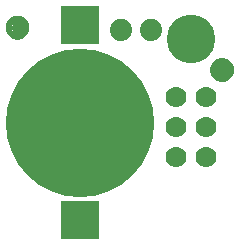
<source format=gbr>
G04 EAGLE Gerber RS-274X export*
G75*
%MOMM*%
%FSLAX34Y34*%
%LPD*%
%INSoldermask Top*%
%IPPOS*%
%AMOC8*
5,1,8,0,0,1.08239X$1,22.5*%
G01*
%ADD10C,6.451600*%
%ADD11R,3.301600X3.301600*%
%ADD12C,12.564231*%
%ADD13C,4.117600*%
%ADD14C,1.101600*%
%ADD15C,0.500000*%
%ADD16C,1.778000*%
%ADD17C,1.879600*%


D10*
X66802Y108204D03*
D11*
X66802Y25950D03*
X66802Y190458D03*
D12*
X66802Y108204D03*
D13*
X160782Y178562D03*
D14*
X13716Y188468D03*
D15*
X13716Y180968D02*
X13897Y180970D01*
X14078Y180977D01*
X14259Y180988D01*
X14440Y181003D01*
X14620Y181023D01*
X14800Y181047D01*
X14979Y181075D01*
X15157Y181108D01*
X15334Y181145D01*
X15511Y181186D01*
X15686Y181231D01*
X15861Y181281D01*
X16034Y181335D01*
X16205Y181393D01*
X16376Y181455D01*
X16544Y181522D01*
X16711Y181592D01*
X16877Y181666D01*
X17040Y181745D01*
X17201Y181827D01*
X17361Y181913D01*
X17518Y182003D01*
X17673Y182097D01*
X17826Y182194D01*
X17976Y182296D01*
X18124Y182400D01*
X18270Y182509D01*
X18412Y182620D01*
X18552Y182736D01*
X18689Y182854D01*
X18824Y182976D01*
X18955Y183101D01*
X19083Y183229D01*
X19208Y183360D01*
X19330Y183495D01*
X19448Y183632D01*
X19564Y183772D01*
X19675Y183914D01*
X19784Y184060D01*
X19888Y184208D01*
X19990Y184358D01*
X20087Y184511D01*
X20181Y184666D01*
X20271Y184823D01*
X20357Y184983D01*
X20439Y185144D01*
X20518Y185307D01*
X20592Y185473D01*
X20662Y185640D01*
X20729Y185808D01*
X20791Y185979D01*
X20849Y186150D01*
X20903Y186323D01*
X20953Y186498D01*
X20998Y186673D01*
X21039Y186850D01*
X21076Y187027D01*
X21109Y187205D01*
X21137Y187384D01*
X21161Y187564D01*
X21181Y187744D01*
X21196Y187925D01*
X21207Y188106D01*
X21214Y188287D01*
X21216Y188468D01*
X13716Y180968D02*
X13535Y180970D01*
X13354Y180977D01*
X13173Y180988D01*
X12992Y181003D01*
X12812Y181023D01*
X12632Y181047D01*
X12453Y181075D01*
X12275Y181108D01*
X12098Y181145D01*
X11921Y181186D01*
X11746Y181231D01*
X11571Y181281D01*
X11398Y181335D01*
X11227Y181393D01*
X11056Y181455D01*
X10888Y181522D01*
X10721Y181592D01*
X10555Y181666D01*
X10392Y181745D01*
X10231Y181827D01*
X10071Y181913D01*
X9914Y182003D01*
X9759Y182097D01*
X9606Y182194D01*
X9456Y182296D01*
X9308Y182400D01*
X9162Y182509D01*
X9020Y182620D01*
X8880Y182736D01*
X8743Y182854D01*
X8608Y182976D01*
X8477Y183101D01*
X8349Y183229D01*
X8224Y183360D01*
X8102Y183495D01*
X7984Y183632D01*
X7868Y183772D01*
X7757Y183914D01*
X7648Y184060D01*
X7544Y184208D01*
X7442Y184358D01*
X7345Y184511D01*
X7251Y184666D01*
X7161Y184823D01*
X7075Y184983D01*
X6993Y185144D01*
X6914Y185307D01*
X6840Y185473D01*
X6770Y185640D01*
X6703Y185808D01*
X6641Y185979D01*
X6583Y186150D01*
X6529Y186323D01*
X6479Y186498D01*
X6434Y186673D01*
X6393Y186850D01*
X6356Y187027D01*
X6323Y187205D01*
X6295Y187384D01*
X6271Y187564D01*
X6251Y187744D01*
X6236Y187925D01*
X6225Y188106D01*
X6218Y188287D01*
X6216Y188468D01*
X6218Y188649D01*
X6225Y188830D01*
X6236Y189011D01*
X6251Y189192D01*
X6271Y189372D01*
X6295Y189552D01*
X6323Y189731D01*
X6356Y189909D01*
X6393Y190086D01*
X6434Y190263D01*
X6479Y190438D01*
X6529Y190613D01*
X6583Y190786D01*
X6641Y190957D01*
X6703Y191128D01*
X6770Y191296D01*
X6840Y191463D01*
X6914Y191629D01*
X6993Y191792D01*
X7075Y191953D01*
X7161Y192113D01*
X7251Y192270D01*
X7345Y192425D01*
X7442Y192578D01*
X7544Y192728D01*
X7648Y192876D01*
X7757Y193022D01*
X7868Y193164D01*
X7984Y193304D01*
X8102Y193441D01*
X8224Y193576D01*
X8349Y193707D01*
X8477Y193835D01*
X8608Y193960D01*
X8743Y194082D01*
X8880Y194200D01*
X9020Y194316D01*
X9162Y194427D01*
X9308Y194536D01*
X9456Y194640D01*
X9606Y194742D01*
X9759Y194839D01*
X9914Y194933D01*
X10071Y195023D01*
X10231Y195109D01*
X10392Y195191D01*
X10555Y195270D01*
X10721Y195344D01*
X10888Y195414D01*
X11056Y195481D01*
X11227Y195543D01*
X11398Y195601D01*
X11571Y195655D01*
X11746Y195705D01*
X11921Y195750D01*
X12098Y195791D01*
X12275Y195828D01*
X12453Y195861D01*
X12632Y195889D01*
X12812Y195913D01*
X12992Y195933D01*
X13173Y195948D01*
X13354Y195959D01*
X13535Y195966D01*
X13716Y195968D01*
X13897Y195966D01*
X14078Y195959D01*
X14259Y195948D01*
X14440Y195933D01*
X14620Y195913D01*
X14800Y195889D01*
X14979Y195861D01*
X15157Y195828D01*
X15334Y195791D01*
X15511Y195750D01*
X15686Y195705D01*
X15861Y195655D01*
X16034Y195601D01*
X16205Y195543D01*
X16376Y195481D01*
X16544Y195414D01*
X16711Y195344D01*
X16877Y195270D01*
X17040Y195191D01*
X17201Y195109D01*
X17361Y195023D01*
X17518Y194933D01*
X17673Y194839D01*
X17826Y194742D01*
X17976Y194640D01*
X18124Y194536D01*
X18270Y194427D01*
X18412Y194316D01*
X18552Y194200D01*
X18689Y194082D01*
X18824Y193960D01*
X18955Y193835D01*
X19083Y193707D01*
X19208Y193576D01*
X19330Y193441D01*
X19448Y193304D01*
X19564Y193164D01*
X19675Y193022D01*
X19784Y192876D01*
X19888Y192728D01*
X19990Y192578D01*
X20087Y192425D01*
X20181Y192270D01*
X20271Y192113D01*
X20357Y191953D01*
X20439Y191792D01*
X20518Y191629D01*
X20592Y191463D01*
X20662Y191296D01*
X20729Y191128D01*
X20791Y190957D01*
X20849Y190786D01*
X20903Y190613D01*
X20953Y190438D01*
X20998Y190263D01*
X21039Y190086D01*
X21076Y189909D01*
X21109Y189731D01*
X21137Y189552D01*
X21161Y189372D01*
X21181Y189192D01*
X21196Y189011D01*
X21207Y188830D01*
X21214Y188649D01*
X21216Y188468D01*
D14*
X186944Y152654D03*
D15*
X186944Y145154D02*
X187125Y145156D01*
X187306Y145163D01*
X187487Y145174D01*
X187668Y145189D01*
X187848Y145209D01*
X188028Y145233D01*
X188207Y145261D01*
X188385Y145294D01*
X188562Y145331D01*
X188739Y145372D01*
X188914Y145417D01*
X189089Y145467D01*
X189262Y145521D01*
X189433Y145579D01*
X189604Y145641D01*
X189772Y145708D01*
X189939Y145778D01*
X190105Y145852D01*
X190268Y145931D01*
X190429Y146013D01*
X190589Y146099D01*
X190746Y146189D01*
X190901Y146283D01*
X191054Y146380D01*
X191204Y146482D01*
X191352Y146586D01*
X191498Y146695D01*
X191640Y146806D01*
X191780Y146922D01*
X191917Y147040D01*
X192052Y147162D01*
X192183Y147287D01*
X192311Y147415D01*
X192436Y147546D01*
X192558Y147681D01*
X192676Y147818D01*
X192792Y147958D01*
X192903Y148100D01*
X193012Y148246D01*
X193116Y148394D01*
X193218Y148544D01*
X193315Y148697D01*
X193409Y148852D01*
X193499Y149009D01*
X193585Y149169D01*
X193667Y149330D01*
X193746Y149493D01*
X193820Y149659D01*
X193890Y149826D01*
X193957Y149994D01*
X194019Y150165D01*
X194077Y150336D01*
X194131Y150509D01*
X194181Y150684D01*
X194226Y150859D01*
X194267Y151036D01*
X194304Y151213D01*
X194337Y151391D01*
X194365Y151570D01*
X194389Y151750D01*
X194409Y151930D01*
X194424Y152111D01*
X194435Y152292D01*
X194442Y152473D01*
X194444Y152654D01*
X186944Y145154D02*
X186763Y145156D01*
X186582Y145163D01*
X186401Y145174D01*
X186220Y145189D01*
X186040Y145209D01*
X185860Y145233D01*
X185681Y145261D01*
X185503Y145294D01*
X185326Y145331D01*
X185149Y145372D01*
X184974Y145417D01*
X184799Y145467D01*
X184626Y145521D01*
X184455Y145579D01*
X184284Y145641D01*
X184116Y145708D01*
X183949Y145778D01*
X183783Y145852D01*
X183620Y145931D01*
X183459Y146013D01*
X183299Y146099D01*
X183142Y146189D01*
X182987Y146283D01*
X182834Y146380D01*
X182684Y146482D01*
X182536Y146586D01*
X182390Y146695D01*
X182248Y146806D01*
X182108Y146922D01*
X181971Y147040D01*
X181836Y147162D01*
X181705Y147287D01*
X181577Y147415D01*
X181452Y147546D01*
X181330Y147681D01*
X181212Y147818D01*
X181096Y147958D01*
X180985Y148100D01*
X180876Y148246D01*
X180772Y148394D01*
X180670Y148544D01*
X180573Y148697D01*
X180479Y148852D01*
X180389Y149009D01*
X180303Y149169D01*
X180221Y149330D01*
X180142Y149493D01*
X180068Y149659D01*
X179998Y149826D01*
X179931Y149994D01*
X179869Y150165D01*
X179811Y150336D01*
X179757Y150509D01*
X179707Y150684D01*
X179662Y150859D01*
X179621Y151036D01*
X179584Y151213D01*
X179551Y151391D01*
X179523Y151570D01*
X179499Y151750D01*
X179479Y151930D01*
X179464Y152111D01*
X179453Y152292D01*
X179446Y152473D01*
X179444Y152654D01*
X179446Y152835D01*
X179453Y153016D01*
X179464Y153197D01*
X179479Y153378D01*
X179499Y153558D01*
X179523Y153738D01*
X179551Y153917D01*
X179584Y154095D01*
X179621Y154272D01*
X179662Y154449D01*
X179707Y154624D01*
X179757Y154799D01*
X179811Y154972D01*
X179869Y155143D01*
X179931Y155314D01*
X179998Y155482D01*
X180068Y155649D01*
X180142Y155815D01*
X180221Y155978D01*
X180303Y156139D01*
X180389Y156299D01*
X180479Y156456D01*
X180573Y156611D01*
X180670Y156764D01*
X180772Y156914D01*
X180876Y157062D01*
X180985Y157208D01*
X181096Y157350D01*
X181212Y157490D01*
X181330Y157627D01*
X181452Y157762D01*
X181577Y157893D01*
X181705Y158021D01*
X181836Y158146D01*
X181971Y158268D01*
X182108Y158386D01*
X182248Y158502D01*
X182390Y158613D01*
X182536Y158722D01*
X182684Y158826D01*
X182834Y158928D01*
X182987Y159025D01*
X183142Y159119D01*
X183299Y159209D01*
X183459Y159295D01*
X183620Y159377D01*
X183783Y159456D01*
X183949Y159530D01*
X184116Y159600D01*
X184284Y159667D01*
X184455Y159729D01*
X184626Y159787D01*
X184799Y159841D01*
X184974Y159891D01*
X185149Y159936D01*
X185326Y159977D01*
X185503Y160014D01*
X185681Y160047D01*
X185860Y160075D01*
X186040Y160099D01*
X186220Y160119D01*
X186401Y160134D01*
X186582Y160145D01*
X186763Y160152D01*
X186944Y160154D01*
X187125Y160152D01*
X187306Y160145D01*
X187487Y160134D01*
X187668Y160119D01*
X187848Y160099D01*
X188028Y160075D01*
X188207Y160047D01*
X188385Y160014D01*
X188562Y159977D01*
X188739Y159936D01*
X188914Y159891D01*
X189089Y159841D01*
X189262Y159787D01*
X189433Y159729D01*
X189604Y159667D01*
X189772Y159600D01*
X189939Y159530D01*
X190105Y159456D01*
X190268Y159377D01*
X190429Y159295D01*
X190589Y159209D01*
X190746Y159119D01*
X190901Y159025D01*
X191054Y158928D01*
X191204Y158826D01*
X191352Y158722D01*
X191498Y158613D01*
X191640Y158502D01*
X191780Y158386D01*
X191917Y158268D01*
X192052Y158146D01*
X192183Y158021D01*
X192311Y157893D01*
X192436Y157762D01*
X192558Y157627D01*
X192676Y157490D01*
X192792Y157350D01*
X192903Y157208D01*
X193012Y157062D01*
X193116Y156914D01*
X193218Y156764D01*
X193315Y156611D01*
X193409Y156456D01*
X193499Y156299D01*
X193585Y156139D01*
X193667Y155978D01*
X193746Y155815D01*
X193820Y155649D01*
X193890Y155482D01*
X193957Y155314D01*
X194019Y155143D01*
X194077Y154972D01*
X194131Y154799D01*
X194181Y154624D01*
X194226Y154449D01*
X194267Y154272D01*
X194304Y154095D01*
X194337Y153917D01*
X194365Y153738D01*
X194389Y153558D01*
X194409Y153378D01*
X194424Y153197D01*
X194435Y153016D01*
X194442Y152835D01*
X194444Y152654D01*
D16*
X148082Y129794D03*
X173482Y129794D03*
X148082Y104394D03*
X173482Y104394D03*
X148082Y78994D03*
X173482Y78994D03*
D17*
X127000Y186690D03*
X101600Y186690D03*
M02*

</source>
